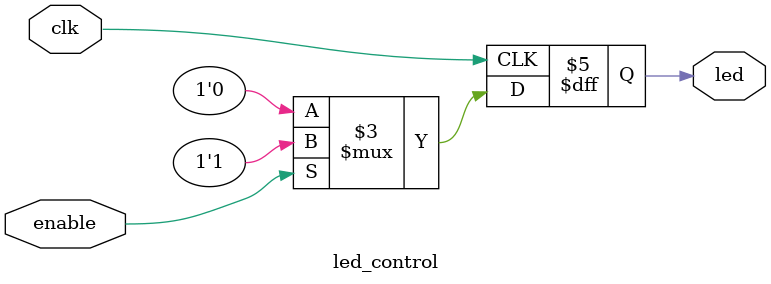
<source format=v>
module led_control (
  input clk,
  input enable,
  output led
);
  always @(posedge clk) begin
    if (enable) begin
      led <= 1'b1;
    end else begin
      led <= 1'b0;
    end
  end
endmodule
</source>
